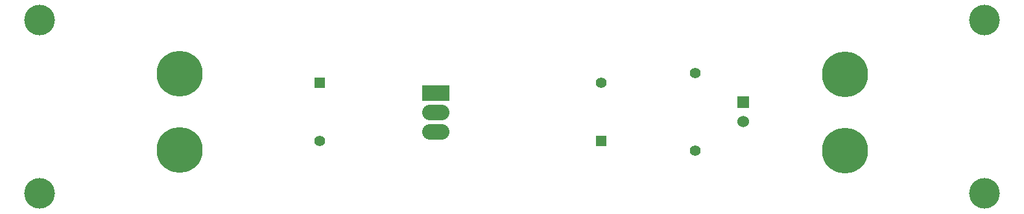
<source format=gtl>
G04*
G04 #@! TF.GenerationSoftware,Altium Limited,Altium Designer,21.6.4 (81)*
G04*
G04 Layer_Physical_Order=1*
G04 Layer_Color=255*
%FSLAX44Y44*%
%MOMM*%
G71*
G04*
G04 #@! TF.SameCoordinates,9B3D00D5-71B9-47E7-A398-83BAF539578A*
G04*
G04*
G04 #@! TF.FilePolarity,Positive*
G04*
G01*
G75*
%ADD21R,1.4000X1.4000*%
%ADD22C,1.4000*%
%ADD23C,6.0000*%
%ADD24O,3.5560X2.0320*%
%ADD25R,3.5560X2.0320*%
%ADD26C,1.5240*%
%ADD27R,1.5240X1.5240*%
%ADD28C,4.0000*%
D21*
X1047750Y900430D02*
D03*
X680720Y976630D02*
D03*
D22*
X1047750D02*
D03*
X680720Y900430D02*
D03*
X1170940Y887729D02*
D03*
Y989329D02*
D03*
D23*
X497840Y988690D02*
D03*
Y888690D02*
D03*
X1366520Y888368D02*
D03*
Y988368D02*
D03*
D24*
X831850Y912622D02*
D03*
Y938022D02*
D03*
D25*
Y963422D02*
D03*
D26*
X1233170Y925846D02*
D03*
D27*
Y951246D02*
D03*
D28*
X1548130Y831850D02*
D03*
Y1059180D02*
D03*
X314960D02*
D03*
Y831850D02*
D03*
M02*

</source>
